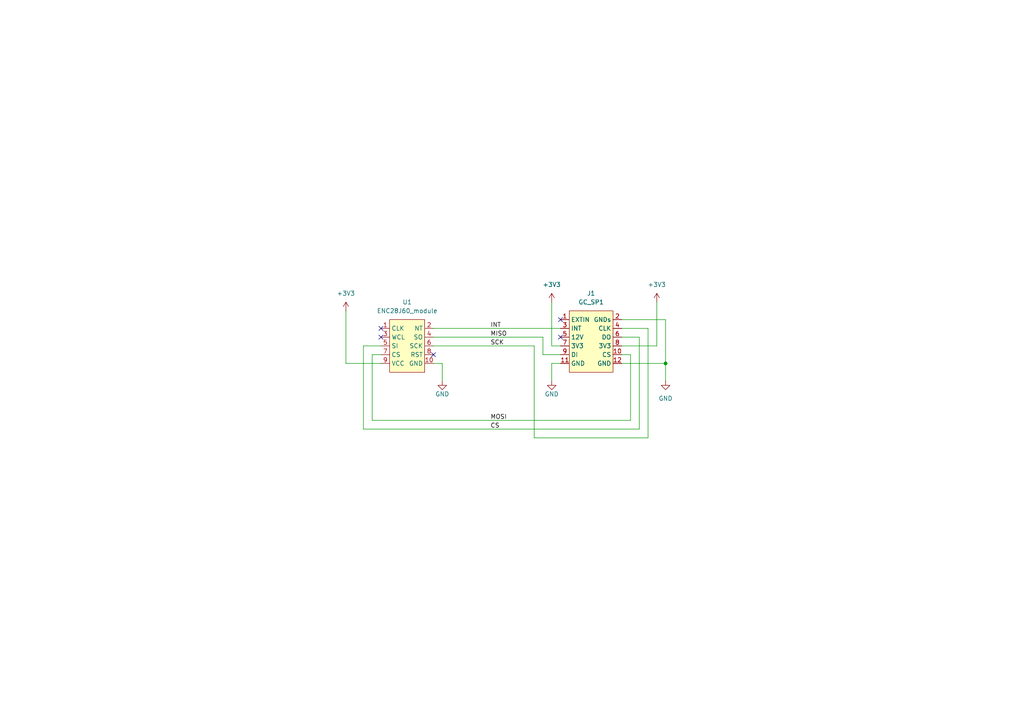
<source format=kicad_sch>
(kicad_sch
	(version 20231120)
	(generator "eeschema")
	(generator_version "8.0")
	(uuid "192c5347-ca1d-4b73-a864-8c5c2a3e7c40")
	(paper "A4")
	(lib_symbols
		(symbol "_prj-lib:ENC28J60_module"
			(exclude_from_sim no)
			(in_bom yes)
			(on_board yes)
			(property "Reference" "U"
				(at 0 3.175 0)
				(effects
					(font
						(size 1.27 1.27)
					)
				)
			)
			(property "Value" "ENC28J60_module"
				(at 0 1.27 0)
				(effects
					(font
						(size 1.27 1.27)
					)
				)
			)
			(property "Footprint" "_prj-lib:ENC28J60_module"
				(at 0 1.27 0)
				(effects
					(font
						(size 1.27 1.27)
					)
					(hide yes)
				)
			)
			(property "Datasheet" ""
				(at 0 1.27 0)
				(effects
					(font
						(size 1.27 1.27)
					)
					(hide yes)
				)
			)
			(property "Description" ""
				(at 0 1.27 0)
				(effects
					(font
						(size 1.27 1.27)
					)
					(hide yes)
				)
			)
			(symbol "ENC28J60_module_1_1"
				(rectangle
					(start -5.08 0)
					(end 5.08 -15.24)
					(stroke
						(width 0)
						(type default)
					)
					(fill
						(type background)
					)
				)
				(pin input line
					(at -7.62 -2.54 0)
					(length 2.54)
					(name "CLK"
						(effects
							(font
								(size 1.27 1.27)
							)
						)
					)
					(number "1"
						(effects
							(font
								(size 1.27 1.27)
							)
						)
					)
				)
				(pin input line
					(at 7.62 -12.7 180)
					(length 2.54)
					(name "GND"
						(effects
							(font
								(size 1.27 1.27)
							)
						)
					)
					(number "10"
						(effects
							(font
								(size 1.27 1.27)
							)
						)
					)
				)
				(pin input line
					(at 7.62 -2.54 180)
					(length 2.54)
					(name "NT"
						(effects
							(font
								(size 1.27 1.27)
							)
						)
					)
					(number "2"
						(effects
							(font
								(size 1.27 1.27)
							)
						)
					)
				)
				(pin input line
					(at -7.62 -5.08 0)
					(length 2.54)
					(name "WCL"
						(effects
							(font
								(size 1.27 1.27)
							)
						)
					)
					(number "3"
						(effects
							(font
								(size 1.27 1.27)
							)
						)
					)
				)
				(pin input line
					(at 7.62 -5.08 180)
					(length 2.54)
					(name "SO"
						(effects
							(font
								(size 1.27 1.27)
							)
						)
					)
					(number "4"
						(effects
							(font
								(size 1.27 1.27)
							)
						)
					)
				)
				(pin input line
					(at -7.62 -7.62 0)
					(length 2.54)
					(name "SI"
						(effects
							(font
								(size 1.27 1.27)
							)
						)
					)
					(number "5"
						(effects
							(font
								(size 1.27 1.27)
							)
						)
					)
				)
				(pin input line
					(at 7.62 -7.62 180)
					(length 2.54)
					(name "SCK"
						(effects
							(font
								(size 1.27 1.27)
							)
						)
					)
					(number "6"
						(effects
							(font
								(size 1.27 1.27)
							)
						)
					)
				)
				(pin input line
					(at -7.62 -10.16 0)
					(length 2.54)
					(name "CS"
						(effects
							(font
								(size 1.27 1.27)
							)
						)
					)
					(number "7"
						(effects
							(font
								(size 1.27 1.27)
							)
						)
					)
				)
				(pin input line
					(at 7.62 -10.16 180)
					(length 2.54)
					(name "RST"
						(effects
							(font
								(size 1.27 1.27)
							)
						)
					)
					(number "8"
						(effects
							(font
								(size 1.27 1.27)
							)
						)
					)
				)
				(pin input line
					(at -7.62 -12.7 0)
					(length 2.54)
					(name "VCC"
						(effects
							(font
								(size 1.27 1.27)
							)
						)
					)
					(number "9"
						(effects
							(font
								(size 1.27 1.27)
							)
						)
					)
				)
			)
		)
		(symbol "_prj-lib:GC_SP1"
			(exclude_from_sim no)
			(in_bom yes)
			(on_board yes)
			(property "Reference" "J"
				(at 0 3.175 0)
				(effects
					(font
						(size 1.27 1.27)
					)
				)
			)
			(property "Value" "GC_SP1"
				(at 0 1.27 0)
				(effects
					(font
						(size 1.27 1.27)
					)
				)
			)
			(property "Footprint" "_prj-lib:GC_SP1"
				(at 0 5.715 0)
				(effects
					(font
						(size 1.27 1.27)
					)
					(hide yes)
				)
			)
			(property "Datasheet" ""
				(at 0 -1.27 0)
				(effects
					(font
						(size 1.27 1.27)
					)
					(hide yes)
				)
			)
			(property "Description" ""
				(at 0 -1.27 0)
				(effects
					(font
						(size 1.27 1.27)
					)
					(hide yes)
				)
			)
			(symbol "GC_SP1_1_1"
				(rectangle
					(start -6.35 0)
					(end 6.35 -17.78)
					(stroke
						(width 0)
						(type default)
					)
					(fill
						(type background)
					)
				)
				(pin input line
					(at -8.89 -2.54 0)
					(length 2.54)
					(name "EXTIN"
						(effects
							(font
								(size 1.27 1.27)
							)
						)
					)
					(number "1"
						(effects
							(font
								(size 1.27 1.27)
							)
						)
					)
				)
				(pin input line
					(at 8.89 -12.7 180)
					(length 2.54)
					(name "CS"
						(effects
							(font
								(size 1.27 1.27)
							)
						)
					)
					(number "10"
						(effects
							(font
								(size 1.27 1.27)
							)
						)
					)
				)
				(pin input line
					(at -8.89 -15.24 0)
					(length 2.54)
					(name "GND"
						(effects
							(font
								(size 1.27 1.27)
							)
						)
					)
					(number "11"
						(effects
							(font
								(size 1.27 1.27)
							)
						)
					)
				)
				(pin input line
					(at 8.89 -15.24 180)
					(length 2.54)
					(name "GND"
						(effects
							(font
								(size 1.27 1.27)
							)
						)
					)
					(number "12"
						(effects
							(font
								(size 1.27 1.27)
							)
						)
					)
				)
				(pin input line
					(at 8.89 -2.54 180)
					(length 2.54)
					(name "GNDs"
						(effects
							(font
								(size 1.27 1.27)
							)
						)
					)
					(number "2"
						(effects
							(font
								(size 1.27 1.27)
							)
						)
					)
				)
				(pin input line
					(at -8.89 -5.08 0)
					(length 2.54)
					(name "INT"
						(effects
							(font
								(size 1.27 1.27)
							)
						)
					)
					(number "3"
						(effects
							(font
								(size 1.27 1.27)
							)
						)
					)
				)
				(pin input line
					(at 8.89 -5.08 180)
					(length 2.54)
					(name "CLK"
						(effects
							(font
								(size 1.27 1.27)
							)
						)
					)
					(number "4"
						(effects
							(font
								(size 1.27 1.27)
							)
						)
					)
				)
				(pin input line
					(at -8.89 -7.62 0)
					(length 2.54)
					(name "12V"
						(effects
							(font
								(size 1.27 1.27)
							)
						)
					)
					(number "5"
						(effects
							(font
								(size 1.27 1.27)
							)
						)
					)
				)
				(pin input line
					(at 8.89 -7.62 180)
					(length 2.54)
					(name "DO"
						(effects
							(font
								(size 1.27 1.27)
							)
						)
					)
					(number "6"
						(effects
							(font
								(size 1.27 1.27)
							)
						)
					)
				)
				(pin input line
					(at -8.89 -10.16 0)
					(length 2.54)
					(name "3V3"
						(effects
							(font
								(size 1.27 1.27)
							)
						)
					)
					(number "7"
						(effects
							(font
								(size 1.27 1.27)
							)
						)
					)
				)
				(pin input line
					(at 8.89 -10.16 180)
					(length 2.54)
					(name "3V3"
						(effects
							(font
								(size 1.27 1.27)
							)
						)
					)
					(number "8"
						(effects
							(font
								(size 1.27 1.27)
							)
						)
					)
				)
				(pin input line
					(at -8.89 -12.7 0)
					(length 2.54)
					(name "DI"
						(effects
							(font
								(size 1.27 1.27)
							)
						)
					)
					(number "9"
						(effects
							(font
								(size 1.27 1.27)
							)
						)
					)
				)
			)
		)
		(symbol "power:+3V3"
			(power)
			(pin_numbers hide)
			(pin_names
				(offset 0) hide)
			(exclude_from_sim no)
			(in_bom yes)
			(on_board yes)
			(property "Reference" "#PWR"
				(at 0 -3.81 0)
				(effects
					(font
						(size 1.27 1.27)
					)
					(hide yes)
				)
			)
			(property "Value" "+3V3"
				(at 0 3.556 0)
				(effects
					(font
						(size 1.27 1.27)
					)
				)
			)
			(property "Footprint" ""
				(at 0 0 0)
				(effects
					(font
						(size 1.27 1.27)
					)
					(hide yes)
				)
			)
			(property "Datasheet" ""
				(at 0 0 0)
				(effects
					(font
						(size 1.27 1.27)
					)
					(hide yes)
				)
			)
			(property "Description" "Power symbol creates a global label with name \"+3V3\""
				(at 0 0 0)
				(effects
					(font
						(size 1.27 1.27)
					)
					(hide yes)
				)
			)
			(property "ki_keywords" "global power"
				(at 0 0 0)
				(effects
					(font
						(size 1.27 1.27)
					)
					(hide yes)
				)
			)
			(symbol "+3V3_0_1"
				(polyline
					(pts
						(xy -0.762 1.27) (xy 0 2.54)
					)
					(stroke
						(width 0)
						(type default)
					)
					(fill
						(type none)
					)
				)
				(polyline
					(pts
						(xy 0 0) (xy 0 2.54)
					)
					(stroke
						(width 0)
						(type default)
					)
					(fill
						(type none)
					)
				)
				(polyline
					(pts
						(xy 0 2.54) (xy 0.762 1.27)
					)
					(stroke
						(width 0)
						(type default)
					)
					(fill
						(type none)
					)
				)
			)
			(symbol "+3V3_1_1"
				(pin power_in line
					(at 0 0 90)
					(length 0)
					(name "~"
						(effects
							(font
								(size 1.27 1.27)
							)
						)
					)
					(number "1"
						(effects
							(font
								(size 1.27 1.27)
							)
						)
					)
				)
			)
		)
		(symbol "power:GND"
			(power)
			(pin_numbers hide)
			(pin_names
				(offset 0) hide)
			(exclude_from_sim no)
			(in_bom yes)
			(on_board yes)
			(property "Reference" "#PWR"
				(at 0 -6.35 0)
				(effects
					(font
						(size 1.27 1.27)
					)
					(hide yes)
				)
			)
			(property "Value" "GND"
				(at 0 -3.81 0)
				(effects
					(font
						(size 1.27 1.27)
					)
				)
			)
			(property "Footprint" ""
				(at 0 0 0)
				(effects
					(font
						(size 1.27 1.27)
					)
					(hide yes)
				)
			)
			(property "Datasheet" ""
				(at 0 0 0)
				(effects
					(font
						(size 1.27 1.27)
					)
					(hide yes)
				)
			)
			(property "Description" "Power symbol creates a global label with name \"GND\" , ground"
				(at 0 0 0)
				(effects
					(font
						(size 1.27 1.27)
					)
					(hide yes)
				)
			)
			(property "ki_keywords" "global power"
				(at 0 0 0)
				(effects
					(font
						(size 1.27 1.27)
					)
					(hide yes)
				)
			)
			(symbol "GND_0_1"
				(polyline
					(pts
						(xy 0 0) (xy 0 -1.27) (xy 1.27 -1.27) (xy 0 -2.54) (xy -1.27 -1.27) (xy 0 -1.27)
					)
					(stroke
						(width 0)
						(type default)
					)
					(fill
						(type none)
					)
				)
			)
			(symbol "GND_1_1"
				(pin power_in line
					(at 0 0 270)
					(length 0)
					(name "~"
						(effects
							(font
								(size 1.27 1.27)
							)
						)
					)
					(number "1"
						(effects
							(font
								(size 1.27 1.27)
							)
						)
					)
				)
			)
		)
	)
	(junction
		(at 193.04 105.41)
		(diameter 0)
		(color 0 0 0 0)
		(uuid "5bb4667e-d059-45ac-958d-7f41dc3765f1")
	)
	(no_connect
		(at 110.49 97.79)
		(uuid "278ec0ce-e2ad-49ca-b4f7-e6bf8425fac9")
	)
	(no_connect
		(at 125.73 102.87)
		(uuid "27adbe17-fc00-49d7-9b94-191ea68a5f41")
	)
	(no_connect
		(at 162.56 97.79)
		(uuid "7b88a2f2-f825-4054-b9e8-54168bec0036")
	)
	(no_connect
		(at 162.56 92.71)
		(uuid "7c84146b-bdf6-4c60-bf65-48c3ad0cffbf")
	)
	(no_connect
		(at 110.49 95.25)
		(uuid "c596eaa8-468b-4110-941d-ab3091c1b78a")
	)
	(wire
		(pts
			(xy 105.41 100.33) (xy 105.41 124.46)
		)
		(stroke
			(width 0)
			(type default)
		)
		(uuid "11e2cbd0-34e2-4e3d-892b-51e75d5f93d0")
	)
	(wire
		(pts
			(xy 100.33 105.41) (xy 110.49 105.41)
		)
		(stroke
			(width 0)
			(type default)
		)
		(uuid "122f8609-61c3-461a-bbee-5a33b5a3c267")
	)
	(wire
		(pts
			(xy 187.96 127) (xy 154.94 127)
		)
		(stroke
			(width 0)
			(type default)
		)
		(uuid "12af48b4-ae08-42f4-8cd2-9433959830fb")
	)
	(wire
		(pts
			(xy 125.73 105.41) (xy 128.27 105.41)
		)
		(stroke
			(width 0)
			(type default)
		)
		(uuid "185d559f-67d2-4d3c-bf56-d32595387d74")
	)
	(wire
		(pts
			(xy 180.34 102.87) (xy 182.88 102.87)
		)
		(stroke
			(width 0)
			(type default)
		)
		(uuid "1fcb3a32-a2a4-4512-bbe0-611b5c64e229")
	)
	(wire
		(pts
			(xy 160.02 87.63) (xy 160.02 100.33)
		)
		(stroke
			(width 0)
			(type default)
		)
		(uuid "249e2f3c-378a-4d55-9c45-18abc90fe0e1")
	)
	(wire
		(pts
			(xy 182.88 102.87) (xy 182.88 121.92)
		)
		(stroke
			(width 0)
			(type default)
		)
		(uuid "3d58f9a0-7012-4534-a059-6db30cbcbe2e")
	)
	(wire
		(pts
			(xy 160.02 100.33) (xy 162.56 100.33)
		)
		(stroke
			(width 0)
			(type default)
		)
		(uuid "465c7470-59fd-450c-95c8-72f72f0c266f")
	)
	(wire
		(pts
			(xy 157.48 102.87) (xy 157.48 97.79)
		)
		(stroke
			(width 0)
			(type default)
		)
		(uuid "4ed24aea-386c-4b34-85c4-ef4683d28aa9")
	)
	(wire
		(pts
			(xy 187.96 95.25) (xy 187.96 127)
		)
		(stroke
			(width 0)
			(type default)
		)
		(uuid "4fb85dd9-c8cf-4950-a2e8-aa84a596707c")
	)
	(wire
		(pts
			(xy 180.34 105.41) (xy 193.04 105.41)
		)
		(stroke
			(width 0)
			(type default)
		)
		(uuid "5b4cab81-4f2e-43e9-b181-ee5ebe03b519")
	)
	(wire
		(pts
			(xy 193.04 92.71) (xy 180.34 92.71)
		)
		(stroke
			(width 0)
			(type default)
		)
		(uuid "656cc698-3b1b-44cd-be60-2ea29cec07c8")
	)
	(wire
		(pts
			(xy 100.33 90.17) (xy 100.33 105.41)
		)
		(stroke
			(width 0)
			(type default)
		)
		(uuid "6d987152-0158-47db-b1c5-ce35f6a20b73")
	)
	(wire
		(pts
			(xy 180.34 95.25) (xy 187.96 95.25)
		)
		(stroke
			(width 0)
			(type default)
		)
		(uuid "82d0a047-474d-4e0f-b5ac-a6cbcadecfef")
	)
	(wire
		(pts
			(xy 154.94 100.33) (xy 125.73 100.33)
		)
		(stroke
			(width 0)
			(type default)
		)
		(uuid "86f01ae5-4cd4-4202-96cc-9b1d924f0be3")
	)
	(wire
		(pts
			(xy 162.56 105.41) (xy 160.02 105.41)
		)
		(stroke
			(width 0)
			(type default)
		)
		(uuid "89057410-9ad0-47ea-abc5-82d2a8a6ea49")
	)
	(wire
		(pts
			(xy 110.49 100.33) (xy 105.41 100.33)
		)
		(stroke
			(width 0)
			(type default)
		)
		(uuid "a248513c-a9be-4abe-b2e0-5346b030becd")
	)
	(wire
		(pts
			(xy 157.48 97.79) (xy 125.73 97.79)
		)
		(stroke
			(width 0)
			(type default)
		)
		(uuid "a4bf18a4-699a-446d-b777-9860999fa88a")
	)
	(wire
		(pts
			(xy 107.95 102.87) (xy 110.49 102.87)
		)
		(stroke
			(width 0)
			(type default)
		)
		(uuid "a576accb-da25-44da-ad74-dd7c211c3abb")
	)
	(wire
		(pts
			(xy 105.41 124.46) (xy 185.42 124.46)
		)
		(stroke
			(width 0)
			(type default)
		)
		(uuid "a6a93277-d936-4e63-8f2a-3813d8645a4c")
	)
	(wire
		(pts
			(xy 154.94 127) (xy 154.94 100.33)
		)
		(stroke
			(width 0)
			(type default)
		)
		(uuid "ae0f444b-3e4a-44bc-9f8a-c2d6a6f0b543")
	)
	(wire
		(pts
			(xy 190.5 87.63) (xy 190.5 100.33)
		)
		(stroke
			(width 0)
			(type default)
		)
		(uuid "bb56a224-78a8-4e0b-8d9a-21fab6bc2e62")
	)
	(wire
		(pts
			(xy 182.88 121.92) (xy 107.95 121.92)
		)
		(stroke
			(width 0)
			(type default)
		)
		(uuid "d8f7b730-e143-438b-922a-2f31c6a03614")
	)
	(wire
		(pts
			(xy 185.42 124.46) (xy 185.42 97.79)
		)
		(stroke
			(width 0)
			(type default)
		)
		(uuid "db9c315e-fdfb-4e77-a3f9-c76e8d5fb110")
	)
	(wire
		(pts
			(xy 125.73 95.25) (xy 162.56 95.25)
		)
		(stroke
			(width 0)
			(type default)
		)
		(uuid "dd1d5a5b-2f3a-4254-be75-d94f1876ac4c")
	)
	(wire
		(pts
			(xy 162.56 102.87) (xy 157.48 102.87)
		)
		(stroke
			(width 0)
			(type default)
		)
		(uuid "e06c52bd-783e-4ddc-bd69-f36c93bff678")
	)
	(wire
		(pts
			(xy 185.42 97.79) (xy 180.34 97.79)
		)
		(stroke
			(width 0)
			(type default)
		)
		(uuid "e336b7f7-e0c5-4e30-856b-e95b4d0c84ac")
	)
	(wire
		(pts
			(xy 160.02 105.41) (xy 160.02 110.49)
		)
		(stroke
			(width 0)
			(type default)
		)
		(uuid "e43a531c-b5aa-4da7-be31-87b6fd7d636a")
	)
	(wire
		(pts
			(xy 193.04 105.41) (xy 193.04 110.49)
		)
		(stroke
			(width 0)
			(type default)
		)
		(uuid "e6438123-401b-4c97-b8d3-6aeadce70cb2")
	)
	(wire
		(pts
			(xy 128.27 105.41) (xy 128.27 110.49)
		)
		(stroke
			(width 0)
			(type default)
		)
		(uuid "ed3a8aaa-c83c-4775-b482-d0c32ecd23e3")
	)
	(wire
		(pts
			(xy 193.04 105.41) (xy 193.04 92.71)
		)
		(stroke
			(width 0)
			(type default)
		)
		(uuid "fd584641-afc5-4b73-9d3d-1b0d7859fd97")
	)
	(wire
		(pts
			(xy 107.95 121.92) (xy 107.95 102.87)
		)
		(stroke
			(width 0)
			(type default)
		)
		(uuid "ff2a0702-d249-4f74-ba3f-b6a8f6729a64")
	)
	(wire
		(pts
			(xy 180.34 100.33) (xy 190.5 100.33)
		)
		(stroke
			(width 0)
			(type default)
		)
		(uuid "ff4121d4-d528-4952-8dff-736c8e8e87f9")
	)
	(label "MOSI"
		(at 142.24 121.92 0)
		(fields_autoplaced yes)
		(effects
			(font
				(size 1.27 1.27)
			)
			(justify left bottom)
		)
		(uuid "28d28627-449d-4da8-bddf-0eed28fb788b")
	)
	(label "MISO"
		(at 142.24 97.79 0)
		(fields_autoplaced yes)
		(effects
			(font
				(size 1.27 1.27)
			)
			(justify left bottom)
		)
		(uuid "385e773c-ff65-4f2a-b6cf-e6f39a04bb58")
	)
	(label "INT"
		(at 142.24 95.25 0)
		(fields_autoplaced yes)
		(effects
			(font
				(size 1.27 1.27)
			)
			(justify left bottom)
		)
		(uuid "3ca55091-9c3c-4206-ad4f-56f4643a619f")
	)
	(label "CS"
		(at 142.24 124.46 0)
		(fields_autoplaced yes)
		(effects
			(font
				(size 1.27 1.27)
			)
			(justify left bottom)
		)
		(uuid "cbff2ea4-5f0e-4c73-a46d-96456e5d0daf")
	)
	(label "SCK"
		(at 142.24 100.33 0)
		(fields_autoplaced yes)
		(effects
			(font
				(size 1.27 1.27)
			)
			(justify left bottom)
		)
		(uuid "fa156e36-506c-45e2-bfa3-01c64418000e")
	)
	(symbol
		(lib_id "power:GND")
		(at 160.02 110.49 0)
		(unit 1)
		(exclude_from_sim no)
		(in_bom yes)
		(on_board yes)
		(dnp no)
		(uuid "0e94acc9-7bcd-445e-81a8-5f6a64dee3d8")
		(property "Reference" "#PWR04"
			(at 160.02 116.84 0)
			(effects
				(font
					(size 1.27 1.27)
				)
				(hide yes)
			)
		)
		(property "Value" "GND"
			(at 160.02 114.3 0)
			(effects
				(font
					(size 1.27 1.27)
				)
			)
		)
		(property "Footprint" ""
			(at 160.02 110.49 0)
			(effects
				(font
					(size 1.27 1.27)
				)
				(hide yes)
			)
		)
		(property "Datasheet" ""
			(at 160.02 110.49 0)
			(effects
				(font
					(size 1.27 1.27)
				)
				(hide yes)
			)
		)
		(property "Description" "Power symbol creates a global label with name \"GND\" , ground"
			(at 160.02 110.49 0)
			(effects
				(font
					(size 1.27 1.27)
				)
				(hide yes)
			)
		)
		(pin "1"
			(uuid "b68abe4c-9b46-483f-9566-c817e15e8dc4")
		)
		(instances
			(project "eth2sp1"
				(path "/192c5347-ca1d-4b73-a864-8c5c2a3e7c40"
					(reference "#PWR04")
					(unit 1)
				)
			)
		)
	)
	(symbol
		(lib_id "power:GND")
		(at 128.27 110.49 0)
		(unit 1)
		(exclude_from_sim no)
		(in_bom yes)
		(on_board yes)
		(dnp no)
		(uuid "58a07b9f-29ab-41a6-b14d-6cd73f17eada")
		(property "Reference" "#PWR06"
			(at 128.27 116.84 0)
			(effects
				(font
					(size 1.27 1.27)
				)
				(hide yes)
			)
		)
		(property "Value" "GND"
			(at 128.27 114.3 0)
			(effects
				(font
					(size 1.27 1.27)
				)
			)
		)
		(property "Footprint" ""
			(at 128.27 110.49 0)
			(effects
				(font
					(size 1.27 1.27)
				)
				(hide yes)
			)
		)
		(property "Datasheet" ""
			(at 128.27 110.49 0)
			(effects
				(font
					(size 1.27 1.27)
				)
				(hide yes)
			)
		)
		(property "Description" "Power symbol creates a global label with name \"GND\" , ground"
			(at 128.27 110.49 0)
			(effects
				(font
					(size 1.27 1.27)
				)
				(hide yes)
			)
		)
		(pin "1"
			(uuid "e011e721-c697-4878-82c3-d6bb5dce0721")
		)
		(instances
			(project "eth2sp1"
				(path "/192c5347-ca1d-4b73-a864-8c5c2a3e7c40"
					(reference "#PWR06")
					(unit 1)
				)
			)
		)
	)
	(symbol
		(lib_id "power:+3V3")
		(at 100.33 90.17 0)
		(unit 1)
		(exclude_from_sim no)
		(in_bom yes)
		(on_board yes)
		(dnp no)
		(fields_autoplaced yes)
		(uuid "5db6d059-b3c6-4ccf-8f75-477c0db70a26")
		(property "Reference" "#PWR03"
			(at 100.33 93.98 0)
			(effects
				(font
					(size 1.27 1.27)
				)
				(hide yes)
			)
		)
		(property "Value" "+3V3"
			(at 100.33 85.09 0)
			(effects
				(font
					(size 1.27 1.27)
				)
			)
		)
		(property "Footprint" ""
			(at 100.33 90.17 0)
			(effects
				(font
					(size 1.27 1.27)
				)
				(hide yes)
			)
		)
		(property "Datasheet" ""
			(at 100.33 90.17 0)
			(effects
				(font
					(size 1.27 1.27)
				)
				(hide yes)
			)
		)
		(property "Description" "Power symbol creates a global label with name \"+3V3\""
			(at 100.33 90.17 0)
			(effects
				(font
					(size 1.27 1.27)
				)
				(hide yes)
			)
		)
		(pin "1"
			(uuid "d2767cf3-1eea-42d3-854e-1591e4f29b1c")
		)
		(instances
			(project "eth2sp1"
				(path "/192c5347-ca1d-4b73-a864-8c5c2a3e7c40"
					(reference "#PWR03")
					(unit 1)
				)
			)
		)
	)
	(symbol
		(lib_id "_prj-lib:GC_SP1")
		(at 171.45 90.17 0)
		(unit 1)
		(exclude_from_sim no)
		(in_bom yes)
		(on_board yes)
		(dnp no)
		(fields_autoplaced yes)
		(uuid "8b9fe1c3-dc0f-4a0f-8078-837658f3ea4c")
		(property "Reference" "J1"
			(at 171.45 85.09 0)
			(effects
				(font
					(size 1.27 1.27)
				)
			)
		)
		(property "Value" "GC_SP1"
			(at 171.45 87.63 0)
			(effects
				(font
					(size 1.27 1.27)
				)
			)
		)
		(property "Footprint" "_prj-lib:GC_SP1"
			(at 171.45 91.44 0)
			(effects
				(font
					(size 1.27 1.27)
				)
				(hide yes)
			)
		)
		(property "Datasheet" ""
			(at 171.45 91.44 0)
			(effects
				(font
					(size 1.27 1.27)
				)
				(hide yes)
			)
		)
		(property "Description" ""
			(at 171.45 91.44 0)
			(effects
				(font
					(size 1.27 1.27)
				)
				(hide yes)
			)
		)
		(pin "1"
			(uuid "ca90deb3-c60f-4fff-bf38-a37bc15ca5a3")
		)
		(pin "3"
			(uuid "c801308d-62d0-4678-bd0e-c611a1c2ee2c")
		)
		(pin "10"
			(uuid "bf8f0b01-1572-443c-86b5-8ba81ed448d6")
		)
		(pin "5"
			(uuid "93691d41-fad0-4702-9ae1-f3ab7459bb94")
		)
		(pin "7"
			(uuid "1d182bb6-c4f3-41e0-88f8-58ed0ff898e0")
		)
		(pin "9"
			(uuid "0c638176-fc51-4ac2-81c1-f961f4d39d78")
		)
		(pin "4"
			(uuid "71b37950-b446-4560-ab55-831af049920e")
		)
		(pin "2"
			(uuid "60174c59-9bd1-4c79-99f0-83f5a5fc41e4")
		)
		(pin "11"
			(uuid "1b446629-d867-4f69-978d-fbaf6d30a88f")
		)
		(pin "6"
			(uuid "47f1dd0b-943a-4f2a-81f6-583185c7da8c")
		)
		(pin "8"
			(uuid "da298ab4-0642-4d2f-9337-98de03da68fa")
		)
		(pin "12"
			(uuid "f3ac461a-fb17-47ca-818f-d09c65319d30")
		)
		(instances
			(project "eth2sp1"
				(path "/192c5347-ca1d-4b73-a864-8c5c2a3e7c40"
					(reference "J1")
					(unit 1)
				)
			)
		)
	)
	(symbol
		(lib_id "power:+3V3")
		(at 190.5 87.63 0)
		(unit 1)
		(exclude_from_sim no)
		(in_bom yes)
		(on_board yes)
		(dnp no)
		(fields_autoplaced yes)
		(uuid "ae490bbf-14ee-4723-a947-720a8e0d0a1d")
		(property "Reference" "#PWR02"
			(at 190.5 91.44 0)
			(effects
				(font
					(size 1.27 1.27)
				)
				(hide yes)
			)
		)
		(property "Value" "+3V3"
			(at 190.5 82.55 0)
			(effects
				(font
					(size 1.27 1.27)
				)
			)
		)
		(property "Footprint" ""
			(at 190.5 87.63 0)
			(effects
				(font
					(size 1.27 1.27)
				)
				(hide yes)
			)
		)
		(property "Datasheet" ""
			(at 190.5 87.63 0)
			(effects
				(font
					(size 1.27 1.27)
				)
				(hide yes)
			)
		)
		(property "Description" "Power symbol creates a global label with name \"+3V3\""
			(at 190.5 87.63 0)
			(effects
				(font
					(size 1.27 1.27)
				)
				(hide yes)
			)
		)
		(pin "1"
			(uuid "811156bb-714a-4165-9cc6-d61a68022712")
		)
		(instances
			(project "eth2sp1"
				(path "/192c5347-ca1d-4b73-a864-8c5c2a3e7c40"
					(reference "#PWR02")
					(unit 1)
				)
			)
		)
	)
	(symbol
		(lib_id "power:+3V3")
		(at 160.02 87.63 0)
		(unit 1)
		(exclude_from_sim no)
		(in_bom yes)
		(on_board yes)
		(dnp no)
		(fields_autoplaced yes)
		(uuid "c24d7f48-dc3d-4b6e-b9ba-84152afdf5c3")
		(property "Reference" "#PWR01"
			(at 160.02 91.44 0)
			(effects
				(font
					(size 1.27 1.27)
				)
				(hide yes)
			)
		)
		(property "Value" "+3V3"
			(at 160.02 82.55 0)
			(effects
				(font
					(size 1.27 1.27)
				)
			)
		)
		(property "Footprint" ""
			(at 160.02 87.63 0)
			(effects
				(font
					(size 1.27 1.27)
				)
				(hide yes)
			)
		)
		(property "Datasheet" ""
			(at 160.02 87.63 0)
			(effects
				(font
					(size 1.27 1.27)
				)
				(hide yes)
			)
		)
		(property "Description" "Power symbol creates a global label with name \"+3V3\""
			(at 160.02 87.63 0)
			(effects
				(font
					(size 1.27 1.27)
				)
				(hide yes)
			)
		)
		(pin "1"
			(uuid "811156bb-714a-4165-9cc6-d61a68022712")
		)
		(instances
			(project "eth2sp1"
				(path "/192c5347-ca1d-4b73-a864-8c5c2a3e7c40"
					(reference "#PWR01")
					(unit 1)
				)
			)
		)
	)
	(symbol
		(lib_id "power:GND")
		(at 193.04 110.49 0)
		(unit 1)
		(exclude_from_sim no)
		(in_bom yes)
		(on_board yes)
		(dnp no)
		(fields_autoplaced yes)
		(uuid "e0c34a28-9cf7-4a18-bdb7-0410be2c15ea")
		(property "Reference" "#PWR05"
			(at 193.04 116.84 0)
			(effects
				(font
					(size 1.27 1.27)
				)
				(hide yes)
			)
		)
		(property "Value" "GND"
			(at 193.04 115.57 0)
			(effects
				(font
					(size 1.27 1.27)
				)
			)
		)
		(property "Footprint" ""
			(at 193.04 110.49 0)
			(effects
				(font
					(size 1.27 1.27)
				)
				(hide yes)
			)
		)
		(property "Datasheet" ""
			(at 193.04 110.49 0)
			(effects
				(font
					(size 1.27 1.27)
				)
				(hide yes)
			)
		)
		(property "Description" "Power symbol creates a global label with name \"GND\" , ground"
			(at 193.04 110.49 0)
			(effects
				(font
					(size 1.27 1.27)
				)
				(hide yes)
			)
		)
		(pin "1"
			(uuid "b68abe4c-9b46-483f-9566-c817e15e8dc4")
		)
		(instances
			(project "eth2sp1"
				(path "/192c5347-ca1d-4b73-a864-8c5c2a3e7c40"
					(reference "#PWR05")
					(unit 1)
				)
			)
		)
	)
	(symbol
		(lib_id "_prj-lib:ENC28J60_module")
		(at 118.11 92.71 0)
		(unit 1)
		(exclude_from_sim no)
		(in_bom yes)
		(on_board yes)
		(dnp no)
		(fields_autoplaced yes)
		(uuid "f0ba4a78-eb19-49d1-b7db-7310cbc11600")
		(property "Reference" "U1"
			(at 118.11 87.63 0)
			(effects
				(font
					(size 1.27 1.27)
				)
			)
		)
		(property "Value" "ENC28J60_module"
			(at 118.11 90.17 0)
			(effects
				(font
					(size 1.27 1.27)
				)
			)
		)
		(property "Footprint" "_prj-lib:ENC28J60_module"
			(at 118.11 91.44 0)
			(effects
				(font
					(size 1.27 1.27)
				)
				(hide yes)
			)
		)
		(property "Datasheet" ""
			(at 118.11 91.44 0)
			(effects
				(font
					(size 1.27 1.27)
				)
				(hide yes)
			)
		)
		(property "Description" ""
			(at 118.11 91.44 0)
			(effects
				(font
					(size 1.27 1.27)
				)
				(hide yes)
			)
		)
		(pin "3"
			(uuid "0ac423bc-da1f-4859-981a-f4b15107ab85")
		)
		(pin "4"
			(uuid "6ae76118-df83-41f4-a44f-ad5da3fe9a91")
		)
		(pin "10"
			(uuid "a4b8239d-29ca-454d-8aec-058c8961eb55")
		)
		(pin "8"
			(uuid "5e42ccce-ecae-4d87-ba2d-087b96a74fd0")
		)
		(pin "9"
			(uuid "2afc4741-7376-4780-961c-cd64de54dd2c")
		)
		(pin "7"
			(uuid "f81c36e6-a54f-4f3f-a5a2-d419cd400bf8")
		)
		(pin "6"
			(uuid "766412c3-402f-458c-a22a-ad406e27408d")
		)
		(pin "2"
			(uuid "64972599-5675-402d-9980-941f7f6273c0")
		)
		(pin "1"
			(uuid "cf7cbe2c-4160-4dfa-882d-62a257421b42")
		)
		(pin "5"
			(uuid "e8bb7ed8-eb7a-49bf-aefe-d7e590cc4c62")
		)
		(instances
			(project "eth2sp1"
				(path "/192c5347-ca1d-4b73-a864-8c5c2a3e7c40"
					(reference "U1")
					(unit 1)
				)
			)
		)
	)
	(sheet_instances
		(path "/"
			(page "1")
		)
	)
)
</source>
